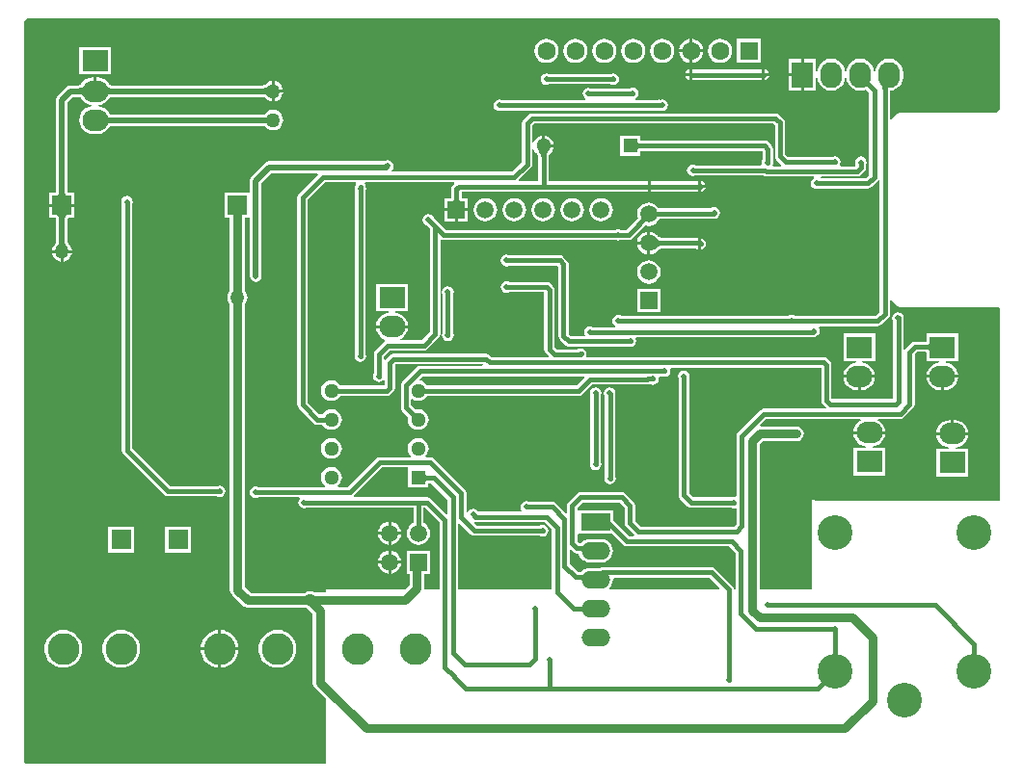
<source format=gbl>
G04*
G04 #@! TF.GenerationSoftware,Altium Limited,Altium Designer,19.1.1 (5)*
G04*
G04 Layer_Physical_Order=2*
G04 Layer_Color=16711680*
%FSTAX24Y24*%
%MOIN*%
G70*
G01*
G75*
%ADD41C,0.0200*%
%ADD78C,0.0150*%
%ADD79C,0.0400*%
%ADD80C,0.0300*%
%ADD83C,0.0598*%
%ADD84R,0.0598X0.0598*%
%ADD85C,0.1200*%
%ADD86C,0.1100*%
%ADD87C,0.0630*%
%ADD88R,0.0630X0.0630*%
%ADD89R,0.0900X0.0750*%
%ADD90O,0.0900X0.0750*%
%ADD91R,0.0512X0.0512*%
%ADD92C,0.0512*%
%ADD93O,0.1000X0.0600*%
%ADD94R,0.1000X0.0600*%
%ADD95R,0.0709X0.0709*%
%ADD96R,0.0669X0.0669*%
%ADD97R,0.0598X0.0598*%
%ADD98O,0.0750X0.0900*%
%ADD99R,0.0750X0.0900*%
%ADD100C,0.0197*%
%ADD101C,0.0500*%
G36*
X0447Y034171D02*
X044686Y034176D01*
X044673Y034177D01*
X044662Y034174D01*
X044652Y034166D01*
X044644Y034154D01*
X044637Y034137D01*
X044632Y034116D01*
X044628Y034091D01*
X044626Y034061D01*
X044625Y034027D01*
X044475Y034096D01*
X044474Y034132D01*
X044468Y034196D01*
X044463Y034223D01*
X044456Y034247D01*
X044448Y034268D01*
X044439Y034286D01*
X044428Y034301D01*
X044415Y034313D01*
X044401Y034322D01*
X0447Y034171D01*
D02*
G37*
G36*
X048517Y036506D02*
Y033403D01*
X048407Y033293D01*
X04504D01*
X044981Y033281D01*
X044932Y033248D01*
X044812Y033128D01*
X044779Y033079D01*
X044778Y033077D01*
X044728Y033082D01*
Y034067D01*
X044729Y03407D01*
X044824Y034082D01*
X04494Y03413D01*
X045039Y034206D01*
X045115Y034305D01*
X045163Y034421D01*
X045179Y034545D01*
Y034695D01*
X045163Y034819D01*
X045115Y034935D01*
X045039Y035034D01*
X04494Y03511D01*
X044824Y035158D01*
X0447Y035174D01*
X044576Y035158D01*
X04446Y03511D01*
X044361Y035034D01*
X044285Y034935D01*
X044237Y034819D01*
X044225Y034728D01*
X044175D01*
X044163Y034819D01*
X044115Y034935D01*
X044039Y035034D01*
X04394Y03511D01*
X043824Y035158D01*
X0437Y035174D01*
X043576Y035158D01*
X04346Y03511D01*
X043361Y035034D01*
X043285Y034935D01*
X043237Y034819D01*
X043225Y034728D01*
X043175D01*
X043163Y034819D01*
X043115Y034935D01*
X043039Y035034D01*
X04294Y03511D01*
X042824Y035158D01*
X0427Y035174D01*
X042576Y035158D01*
X04246Y03511D01*
X042361Y035034D01*
X042285Y034935D01*
X042237Y034819D01*
X042225Y034726D01*
X042175Y034729D01*
Y03517D01*
X04175D01*
Y03462D01*
Y03407D01*
X042175D01*
Y034511D01*
X042225Y034514D01*
X042237Y034421D01*
X042285Y034305D01*
X042361Y034206D01*
X04246Y03413D01*
X042576Y034082D01*
X0427Y034066D01*
X042824Y034082D01*
X04294Y03413D01*
X043039Y034206D01*
X043115Y034305D01*
X043163Y034421D01*
X043175Y034512D01*
X043225D01*
X043237Y034421D01*
X043285Y034305D01*
X043361Y034206D01*
X04346Y03413D01*
X043576Y034082D01*
X0437Y034066D01*
X043824Y034082D01*
X043885Y034108D01*
X044002Y033991D01*
Y03115D01*
X04389Y031038D01*
X042327D01*
X042325Y031041D01*
X042348Y031091D01*
X043579D01*
X043647Y031104D01*
X043705Y031143D01*
X043846Y031284D01*
X043846Y031284D01*
X043885Y031342D01*
X043898Y03141D01*
Y031496D01*
X043907Y031509D01*
X043922Y031586D01*
X043907Y031664D01*
X043863Y031729D01*
X043797Y031773D01*
X04372Y031789D01*
X043643Y031773D01*
X043577Y031729D01*
X043533Y031664D01*
X043518Y031586D01*
X043533Y031509D01*
X043542Y031496D01*
Y031484D01*
X043505Y031447D01*
X043016D01*
X042989Y031497D01*
X043003Y031518D01*
X043018Y031595D01*
X043003Y031673D01*
X042959Y031738D01*
X042893Y031782D01*
X042816Y031797D01*
X042738Y031782D01*
X042726Y031774D01*
X0412D01*
X041102Y031872D01*
Y032957D01*
X041102Y032957D01*
X041088Y033025D01*
X041049Y033083D01*
X041049Y033083D01*
X040896Y033236D01*
X040839Y033275D01*
X04077Y033288D01*
X03236D01*
X032292Y033275D01*
X032234Y033236D01*
X032234Y033236D01*
X032054Y033056D01*
X032015Y032998D01*
X032002Y03293D01*
Y031594D01*
X031666Y031258D01*
X027518D01*
X027513Y031264D01*
X027497Y031308D01*
X027504Y031316D01*
X027548Y031382D01*
X027564Y03146D01*
X027548Y031538D01*
X027504Y031604D01*
X027438Y031648D01*
X02736Y031664D01*
X027282Y031648D01*
X027245Y031624D01*
X02327D01*
X023192Y031608D01*
X023126Y031564D01*
X022656Y031094D01*
X022612Y031028D01*
X022596Y03095D01*
Y030535D01*
X021728D01*
Y029665D01*
X021908D01*
Y027143D01*
X021857Y027077D01*
X021822Y026991D01*
X02181Y0269D01*
X021822Y026809D01*
X021857Y026723D01*
X021908Y026657D01*
Y016787D01*
X021927Y016689D01*
X021983Y016607D01*
X02234Y01625D01*
X022422Y016194D01*
X02252Y016175D01*
X024514D01*
X024523Y016168D01*
X024596Y016138D01*
X024608Y016136D01*
X024774Y015969D01*
Y013581D01*
X024794Y013483D01*
X024849Y0134D01*
X02524Y01301D01*
Y010783D01*
X014853D01*
X014803Y010833D01*
Y036457D01*
X014903Y036557D01*
X048466D01*
X048517Y036506D01*
D02*
G37*
G36*
X036Y0323D02*
X036005Y032288D01*
X036012Y032276D01*
X036023Y032267D01*
X036036Y032258D01*
X036053Y032252D01*
X036073Y032246D01*
X036095Y032243D01*
X036121Y03224D01*
X03615Y03224D01*
Y03209D01*
X036121Y032089D01*
X036095Y032087D01*
X036073Y032083D01*
X036053Y032078D01*
X036036Y032071D01*
X036023Y032063D01*
X036012Y032053D01*
X036005Y032042D01*
X036Y032029D01*
X035999Y032015D01*
Y032315D01*
X036Y0323D01*
D02*
G37*
G36*
X032904Y031961D02*
X032887Y031941D01*
X032871Y03192D01*
X032857Y031898D01*
X032846Y031877D01*
X032837Y031855D01*
X032829Y031833D01*
X032824Y031811D01*
X032821Y031789D01*
X03282Y031766D01*
X03267D01*
X032669Y031789D01*
X032666Y031811D01*
X032661Y031833D01*
X032653Y031855D01*
X032644Y031877D01*
X032633Y031898D01*
X032619Y03192D01*
X032603Y031941D01*
X032586Y031961D01*
X032566Y031982D01*
X032924D01*
X032904Y031961D01*
D02*
G37*
G36*
X040745Y032883D02*
Y031798D01*
X040758Y031729D01*
X040797Y031672D01*
X040971Y031497D01*
X04095Y031447D01*
X040693D01*
X040669Y031492D01*
X040681Y031509D01*
X040696Y031586D01*
X040681Y031664D01*
X040678Y031667D01*
Y03205D01*
X040678Y03205D01*
X040665Y032118D01*
X040626Y032176D01*
X040512Y032291D01*
X040454Y032329D01*
X040385Y032343D01*
X036117D01*
X036108Y032344D01*
X036101Y032345D01*
Y03252D01*
X035389D01*
Y031809D01*
X036101D01*
Y031984D01*
X036108Y031985D01*
X036117Y031986D01*
X040312D01*
X040322Y031976D01*
Y031686D01*
X040307Y031664D01*
X040291Y031586D01*
X040301Y031538D01*
X040265Y031488D01*
X038D01*
X037987Y031497D01*
X03791Y031512D01*
X037833Y031497D01*
X037767Y031453D01*
X037723Y031387D01*
X037708Y03131D01*
X037723Y031233D01*
X037767Y031167D01*
X037833Y031123D01*
X03791Y031108D01*
X037987Y031123D01*
X038Y031132D01*
X040339D01*
X04038Y031104D01*
X040448Y031091D01*
X042095D01*
X042096Y031089D01*
X042103Y031041D01*
X042047Y031003D01*
X042003Y030937D01*
X041988Y03086D01*
X042003Y030783D01*
X042047Y030717D01*
X042113Y030673D01*
X04219Y030658D01*
X042267Y030673D01*
X04228Y030682D01*
X043964D01*
X044032Y030695D01*
X04409Y030734D01*
X044306Y03095D01*
X044322Y030973D01*
X044372Y030958D01*
Y026419D01*
X044221Y026268D01*
X041445D01*
X041402Y026297D01*
X041325Y026312D01*
X041248Y026297D01*
X041205Y026268D01*
X035448D01*
X035405Y026297D01*
X035327Y026312D01*
X03525Y026297D01*
X035184Y026253D01*
X035141Y026187D01*
X035125Y02611D01*
X035141Y026033D01*
X035184Y025967D01*
X035235Y025933D01*
X03522Y025883D01*
X034448D01*
X034427Y025897D01*
X03435Y025913D01*
X034273Y025897D01*
X034207Y025853D01*
X034163Y025788D01*
X034148Y02571D01*
X034163Y025633D01*
X034177Y025613D01*
X034153Y025568D01*
X033684D01*
X03362Y025632D01*
Y02806D01*
X03362Y02806D01*
X033607Y028128D01*
X033568Y028186D01*
X033568Y028186D01*
X033437Y028317D01*
X033379Y028356D01*
X033311Y028369D01*
X031566D01*
X031553Y028378D01*
X031476Y028393D01*
X031398Y028378D01*
X031333Y028334D01*
X031289Y028268D01*
X031273Y028191D01*
X031289Y028113D01*
X031333Y028048D01*
X031398Y028004D01*
X031476Y027988D01*
X031553Y028004D01*
X031566Y028012D01*
X033237D01*
X033263Y027986D01*
Y025558D01*
X033277Y02549D01*
X033316Y025432D01*
X033484Y025264D01*
X033484Y025264D01*
X033542Y025225D01*
X03361Y025212D01*
X035662D01*
X035668Y025208D01*
X035745Y025193D01*
X035822Y025208D01*
X035888Y025252D01*
X035932Y025318D01*
X035947Y025395D01*
X035932Y025472D01*
X035925Y025482D01*
X035949Y025526D01*
X042065D01*
X042133Y02554D01*
X042158Y025557D01*
X042171Y025559D01*
X042237Y025603D01*
X042281Y025669D01*
X042296Y025746D01*
X042281Y025824D01*
X042255Y025862D01*
X042282Y025912D01*
X044295D01*
X044363Y025925D01*
X044421Y025964D01*
X044676Y026219D01*
X044676Y026219D01*
X044715Y026277D01*
X044728Y026345D01*
Y026812D01*
X044778Y026817D01*
X044779Y026815D01*
X044812Y026766D01*
X044946Y026632D01*
X044995Y026599D01*
X045054Y026587D01*
X048467D01*
X048517Y026537D01*
Y01986D01*
X042161D01*
X042106Y019915D01*
Y019915D01*
X042106Y019915D01*
X042095Y019926D01*
X042065Y019932D01*
X042065Y019932D01*
X042037Y019921D01*
X04202Y019895D01*
Y016807D01*
X040228D01*
Y021848D01*
X040316Y021935D01*
X04149D01*
X041588Y021955D01*
X04167Y02201D01*
X041726Y022092D01*
X041745Y02219D01*
X041726Y022288D01*
X04167Y02237D01*
X041588Y022425D01*
X04149Y022445D01*
X040258D01*
X040237Y022495D01*
X040446Y022704D01*
X043708D01*
X043718Y022654D01*
X043695Y022645D01*
X043596Y022569D01*
X04352Y02247D01*
X043472Y022354D01*
X043462Y02228D01*
X04401D01*
X044558D01*
X044548Y022354D01*
X0445Y02247D01*
X044424Y022569D01*
X044325Y022645D01*
X044302Y022654D01*
X044312Y022704D01*
X045083D01*
X045151Y022718D01*
X045209Y022756D01*
X045526Y023074D01*
X045526Y023074D01*
X045565Y023132D01*
X045578Y0232D01*
Y024926D01*
X045674Y025022D01*
X045971D01*
X04598Y025021D01*
X045987Y02502D01*
Y024706D01*
X046428D01*
X046431Y024656D01*
X046338Y024643D01*
X046223Y024596D01*
X046124Y024519D01*
X046047Y02442D01*
X046Y024305D01*
X04599Y024231D01*
X046537D01*
X047085D01*
X047075Y024305D01*
X047027Y02442D01*
X046951Y024519D01*
X046852Y024596D01*
X046736Y024643D01*
X046643Y024656D01*
X046647Y024706D01*
X047087D01*
Y025656D01*
X045987D01*
Y02538D01*
X04598Y025379D01*
X045971Y025378D01*
X0456D01*
X0456Y025378D01*
X045532Y025365D01*
X045474Y025326D01*
X045474Y025326D01*
X045274Y025126D01*
X045265Y025113D01*
X045197Y025101D01*
X045188Y025107D01*
Y026115D01*
X045191Y026119D01*
X045206Y026196D01*
X045191Y026274D01*
X045147Y026339D01*
X045081Y026383D01*
X045004Y026399D01*
X044926Y026383D01*
X044861Y026339D01*
X044817Y026274D01*
X044801Y026196D01*
X044817Y026119D01*
X044832Y026097D01*
Y023398D01*
X042734D01*
X042708Y023424D01*
Y024576D01*
X042695Y024644D01*
X042656Y024702D01*
X042568Y02479D01*
X04251Y024828D01*
X042442Y024842D01*
X036748D01*
X036748Y024842D01*
X036731Y024838D01*
X034245D01*
X034211Y024888D01*
X034214Y024902D01*
X034215Y024903D01*
X034228Y024971D01*
X034215Y02504D01*
X034176Y025098D01*
X034118Y025136D01*
X03405Y02515D01*
X033982Y025136D01*
X03398Y025135D01*
X033942Y025128D01*
X033929Y025119D01*
X033203D01*
X033128Y025194D01*
Y027187D01*
X033115Y027255D01*
X033076Y027313D01*
X032988Y027401D01*
X03293Y02744D01*
X032862Y027453D01*
X031566D01*
X031553Y027462D01*
X031476Y027477D01*
X031398Y027462D01*
X031333Y027418D01*
X031289Y027352D01*
X031273Y027275D01*
X031289Y027198D01*
X031333Y027132D01*
X031398Y027088D01*
X031476Y027073D01*
X031553Y027088D01*
X031566Y027097D01*
X032772D01*
Y02512D01*
X032785Y025052D01*
X032824Y024994D01*
X032933Y024885D01*
X032914Y024838D01*
X03096D01*
X030892Y024906D01*
X030834Y024945D01*
X030766Y024958D01*
X02756D01*
X02756Y024958D01*
X027492Y024945D01*
X027434Y024906D01*
X027434Y024906D01*
X027309Y024781D01*
X027288Y024751D01*
X027238Y024766D01*
Y024866D01*
X027444Y025072D01*
X02861D01*
X028678Y025085D01*
X028736Y025124D01*
X029126Y025514D01*
X029126Y025514D01*
X029165Y025572D01*
X029178Y02564D01*
Y02889D01*
X029217Y028911D01*
X029228Y028911D01*
X029293Y028898D01*
X035237D01*
X03525Y02889D01*
X035327Y028874D01*
X035405Y02889D01*
X035418Y028898D01*
X035677D01*
X035745Y028912D01*
X035803Y028951D01*
X036263Y029411D01*
X036286Y029401D01*
X03639Y029387D01*
X036494Y029401D01*
X036591Y029441D01*
X036675Y029505D01*
X036739Y029589D01*
X036761Y029643D01*
X0386D01*
X038644Y029634D01*
X038721Y029649D01*
X038787Y029693D01*
X038831Y029759D01*
X038846Y029836D01*
X038831Y029914D01*
X038787Y029979D01*
X038721Y030023D01*
X038644Y030039D01*
X038566Y030023D01*
X038531Y029999D01*
X036732D01*
X036675Y030075D01*
X036591Y030139D01*
X036494Y030179D01*
X03639Y030193D01*
X036286Y030179D01*
X036189Y030139D01*
X036105Y030075D01*
X036041Y029991D01*
X036001Y029894D01*
X035987Y02979D01*
X036001Y029686D01*
X036011Y029663D01*
X035603Y029255D01*
X035418D01*
X035405Y029264D01*
X035327Y029279D01*
X03525Y029264D01*
X035237Y029255D01*
X029367D01*
X029126Y029496D01*
X028965Y029657D01*
X028962Y029672D01*
X028918Y029738D01*
X028852Y029782D01*
X028775Y029797D01*
X028698Y029782D01*
X028632Y029738D01*
X028588Y029672D01*
X028573Y029595D01*
X028588Y029518D01*
X028632Y029452D01*
X028698Y029408D01*
X028713Y029405D01*
X028822Y029296D01*
Y025714D01*
X028536Y025428D01*
X027818D01*
X027808Y025478D01*
X027825Y025485D01*
X027924Y025561D01*
X028Y02566D01*
X028048Y025776D01*
X028058Y02585D01*
X02751D01*
X026962D01*
X026972Y025776D01*
X02702Y02566D01*
X027096Y025561D01*
X027195Y025485D01*
X02727Y025454D01*
X027276Y025398D01*
X027244Y025376D01*
X026934Y025066D01*
X026895Y025008D01*
X026882Y02494D01*
Y024274D01*
X026873Y024261D01*
X026858Y024184D01*
X026873Y024107D01*
X026917Y024041D01*
X026983Y023997D01*
X02706Y023982D01*
X027137Y023997D01*
X027203Y024041D01*
X027207Y024046D01*
X027257Y024031D01*
Y023862D01*
X025731D01*
X025731Y023863D01*
X025674Y023937D01*
X025599Y023994D01*
X025513Y02403D01*
X02542Y024042D01*
X025327Y02403D01*
X025241Y023994D01*
X025166Y023937D01*
X025109Y023863D01*
X025073Y023776D01*
X025061Y023683D01*
X025073Y023591D01*
X025109Y023504D01*
X025166Y02343D01*
X025241Y023373D01*
X025327Y023337D01*
X02542Y023324D01*
X025513Y023337D01*
X025599Y023373D01*
X025674Y02343D01*
X025731Y023504D01*
X025731Y023505D01*
X02734D01*
X027408Y023519D01*
X027466Y023557D01*
X027561Y023652D01*
X027561Y023652D01*
X0276Y02371D01*
X027613Y023778D01*
Y024581D01*
X027634Y024602D01*
X030657D01*
X030664Y024592D01*
X030637Y024542D01*
X028491D01*
X028422Y024528D01*
X028364Y02449D01*
X028364Y02449D01*
X027863Y023988D01*
X027824Y02393D01*
X027811Y023862D01*
Y023114D01*
X027824Y023046D01*
X027863Y022988D01*
X028074Y022777D01*
X028073Y022776D01*
X028061Y022683D01*
X028073Y022591D01*
X028109Y022504D01*
X028166Y02243D01*
X028241Y022373D01*
X028327Y022337D01*
X02842Y022324D01*
X028513Y022337D01*
X028599Y022373D01*
X028674Y02243D01*
X028731Y022504D01*
X028767Y022591D01*
X028779Y022683D01*
X028767Y022776D01*
X028731Y022863D01*
X028674Y022937D01*
X028599Y022994D01*
X028513Y02303D01*
X02842Y023042D01*
X028327Y02303D01*
X028326Y02303D01*
X028168Y023188D01*
Y023372D01*
X028212Y023394D01*
X028241Y023373D01*
X028327Y023337D01*
X02842Y023324D01*
X028513Y023337D01*
X028599Y023373D01*
X028674Y02343D01*
X028731Y023504D01*
X028731Y023505D01*
X033963D01*
X034032Y023519D01*
X03409Y023557D01*
X034424Y023892D01*
X03633D01*
X036398Y023905D01*
X036408Y023912D01*
X03644D01*
X036453Y023903D01*
X03653Y023888D01*
X036607Y023903D01*
X036673Y023947D01*
X036717Y024013D01*
X036732Y02409D01*
X036723Y024135D01*
X036761Y024185D01*
X036846D01*
X036859Y024176D01*
X036937Y024161D01*
X037014Y024176D01*
X03708Y02422D01*
X037124Y024286D01*
X037139Y024363D01*
X037125Y024435D01*
X037129Y024451D01*
X037147Y024485D01*
X042352D01*
Y02335D01*
X042365Y023282D01*
X042404Y023224D01*
X042517Y023111D01*
X042496Y023061D01*
X040372D01*
X040304Y023047D01*
X040246Y023009D01*
X040246Y023009D01*
X039472Y022235D01*
X039433Y022177D01*
X03942Y022108D01*
Y020032D01*
X03937Y020002D01*
X039311Y020013D01*
X039233Y019998D01*
X039221Y019989D01*
X037943D01*
X037778Y020154D01*
Y024091D01*
X037787Y024103D01*
X037802Y024181D01*
X037787Y024258D01*
X037743Y024324D01*
X037677Y024368D01*
X0376Y024383D01*
X037523Y024368D01*
X037457Y024324D01*
X037413Y024258D01*
X037398Y024181D01*
X037413Y024103D01*
X037422Y024091D01*
Y02008D01*
X037435Y020012D01*
X037474Y019954D01*
X037743Y019685D01*
X037743Y019685D01*
X037801Y019646D01*
X037869Y019633D01*
X037869Y019633D01*
X039221D01*
X039233Y019624D01*
X039311Y019609D01*
X03937Y01962D01*
X03942Y01959D01*
Y019072D01*
X039336Y018988D01*
X036094D01*
X035918Y019164D01*
Y019715D01*
X035905Y019783D01*
X035866Y019841D01*
X035866Y019841D01*
X035589Y020119D01*
X035531Y020157D01*
X035463Y020171D01*
X034019D01*
X034019Y020171D01*
X033951Y020157D01*
X033893Y020119D01*
X033893Y020119D01*
X033614Y019839D01*
X033575Y019782D01*
X033562Y019713D01*
Y019467D01*
X033515Y019448D01*
X033172Y019791D01*
X033114Y01983D01*
X033046Y019844D01*
X032248D01*
X032235Y019852D01*
X032157Y019867D01*
X03208Y019852D01*
X032014Y019808D01*
X031971Y019743D01*
X031955Y019665D01*
X031971Y019588D01*
X032003Y01954D01*
X03198Y01949D01*
X030489D01*
X030454Y019543D01*
X030388Y019587D01*
X030311Y019602D01*
X030233Y019587D01*
X030168Y019543D01*
X030128Y019484D01*
X0301Y019486D01*
X030078Y019493D01*
Y02013D01*
X030065Y020198D01*
X030026Y020256D01*
X029276Y021006D01*
X029276Y021006D01*
X028956Y021326D01*
X028956Y021326D01*
X028898Y021365D01*
X02883Y021378D01*
X028685D01*
X028669Y021426D01*
X028674Y02143D01*
X028731Y021504D01*
X028767Y021591D01*
X028779Y021683D01*
X028767Y021776D01*
X028731Y021863D01*
X028674Y021937D01*
X028599Y021994D01*
X028513Y02203D01*
X02842Y022042D01*
X028327Y02203D01*
X028241Y021994D01*
X028166Y021937D01*
X028109Y021863D01*
X028073Y021776D01*
X028061Y021683D01*
X028073Y021591D01*
X028109Y021504D01*
X028166Y02143D01*
X028171Y021426D01*
X028155Y021378D01*
X027101D01*
X027101Y021378D01*
X027033Y021365D01*
X026975Y021326D01*
X025997Y020348D01*
X02565D01*
X025633Y020398D01*
X025674Y02043D01*
X025731Y020504D01*
X025767Y020591D01*
X025779Y020683D01*
X025767Y020776D01*
X025731Y020863D01*
X025674Y020937D01*
X025599Y020994D01*
X025513Y02103D01*
X02542Y021042D01*
X025327Y02103D01*
X025241Y020994D01*
X025166Y020937D01*
X025109Y020863D01*
X025073Y020776D01*
X025061Y020683D01*
X025073Y020591D01*
X025109Y020504D01*
X025166Y02043D01*
X025207Y020398D01*
X02519Y020348D01*
X022881D01*
X022868Y020357D01*
X022791Y020372D01*
X022713Y020357D01*
X022647Y020313D01*
X022604Y020247D01*
X022588Y02017D01*
X022604Y020093D01*
X022647Y020027D01*
X022713Y019983D01*
X022791Y019968D01*
X022868Y019983D01*
X022881Y019992D01*
X024296D01*
X024315Y019942D01*
X02428Y019888D01*
X024264Y019811D01*
X02428Y019734D01*
X024323Y019668D01*
X024389Y019624D01*
X024467Y019609D01*
X024544Y019624D01*
X024557Y019633D01*
X028248D01*
Y019106D01*
X028226Y019096D01*
X028142Y019032D01*
X028078Y018949D01*
X028038Y018852D01*
X028024Y018748D01*
X028038Y018643D01*
X028078Y018546D01*
X028142Y018463D01*
X028226Y018399D01*
X028323Y018359D01*
X028427Y018345D01*
X028531Y018359D01*
X028628Y018399D01*
X028712Y018463D01*
X028776Y018546D01*
X028816Y018643D01*
X02883Y018748D01*
X028816Y018852D01*
X028776Y018949D01*
X028712Y019032D01*
X028628Y019096D01*
X028605Y019106D01*
Y019633D01*
X028664D01*
X029152Y019145D01*
Y016807D01*
X028654D01*
X028623Y016845D01*
X028623Y016848D01*
Y017348D01*
X028826D01*
Y018147D01*
X028028D01*
Y017348D01*
X028114D01*
Y016954D01*
X027966Y016807D01*
X02524D01*
Y016695D01*
X024845D01*
X024836Y016702D01*
X024763Y016732D01*
X024684Y016743D01*
X024606Y016732D01*
X024533Y016702D01*
X024511Y016685D01*
X022626D01*
X022418Y016893D01*
Y026657D01*
X022469Y026723D01*
X022504Y026809D01*
X022516Y0269D01*
X022504Y026991D01*
X022469Y027077D01*
X022418Y027143D01*
Y029665D01*
X022596D01*
Y02765D01*
X022612Y027572D01*
X022656Y027506D01*
X022722Y027462D01*
X0228Y027446D01*
X022878Y027462D01*
X022944Y027506D01*
X022988Y027572D01*
X023004Y02765D01*
Y030866D01*
X023354Y031216D01*
X024933D01*
X024954Y031166D01*
X024294Y030506D01*
X024255Y030448D01*
X024242Y03038D01*
Y023194D01*
X024255Y023125D01*
X024294Y023068D01*
X024804Y022557D01*
X024804Y022557D01*
X024862Y022519D01*
X02493Y022505D01*
X025109D01*
X025109Y022504D01*
X025166Y02243D01*
X025241Y022373D01*
X025327Y022337D01*
X02542Y022324D01*
X025513Y022337D01*
X025599Y022373D01*
X025674Y02243D01*
X025731Y022504D01*
X025767Y022591D01*
X025779Y022683D01*
X025767Y022776D01*
X025731Y022863D01*
X025674Y022937D01*
X025599Y022994D01*
X025513Y02303D01*
X02542Y023042D01*
X025327Y02303D01*
X025241Y022994D01*
X025166Y022937D01*
X025109Y022863D01*
X025109Y022862D01*
X025004D01*
X024598Y023268D01*
Y030306D01*
X025194Y030902D01*
X026247D01*
X026273Y030852D01*
X026253Y030821D01*
X026239Y030753D01*
Y030751D01*
X026231Y030738D01*
X026215Y030661D01*
X026231Y030584D01*
X026239Y030571D01*
Y024973D01*
X026231Y02496D01*
X026215Y024883D01*
X026231Y024805D01*
X026274Y02474D01*
X02634Y024696D01*
X026418Y02468D01*
X026495Y024696D01*
X026561Y02474D01*
X026604Y024805D01*
X02662Y024883D01*
X026604Y02496D01*
X026596Y024973D01*
Y030571D01*
X026604Y030584D01*
X02662Y030661D01*
X026604Y030738D01*
X026597Y030749D01*
X026598Y030755D01*
X026585Y030823D01*
X026566Y030852D01*
X026593Y030902D01*
X029652D01*
X029673Y030852D01*
X029615Y030793D01*
X029576Y030735D01*
X029563Y030667D01*
Y030366D01*
X029562Y030356D01*
X029561Y030349D01*
X029342D01*
Y03D01*
X03014D01*
Y030349D01*
X029921D01*
X02992Y030356D01*
X029919Y030366D01*
Y030577D01*
X036335D01*
X036348Y030568D01*
X036375Y030563D01*
Y030755D01*
Y030947D01*
X036348Y030942D01*
X036335Y030933D01*
X032923D01*
Y031785D01*
X032924Y031792D01*
X032928Y031806D01*
X032932Y031819D01*
X032938Y031833D01*
X032946Y031847D01*
X032955Y031862D01*
X032966Y031877D01*
X03298Y031893D01*
X032993Y031906D01*
X032999Y031911D01*
X033056Y031985D01*
X033092Y032072D01*
X033097Y032115D01*
X032745D01*
Y032165D01*
X032695D01*
Y032517D01*
X032652Y032511D01*
X032566Y032475D01*
X032491Y032418D01*
X032434Y032344D01*
X032408Y032282D01*
X032358Y032292D01*
Y032856D01*
X032434Y032932D01*
X040696D01*
X040745Y032883D01*
D02*
G37*
G36*
X032434Y031985D02*
X032491Y031911D01*
X032497Y031906D01*
X03251Y031893D01*
X032524Y031877D01*
X032535Y031862D01*
X032544Y031847D01*
X032552Y031833D01*
X032558Y031819D01*
X032562Y031806D01*
X032566Y031792D01*
X032567Y031785D01*
Y030933D01*
X031916D01*
X031896Y030983D01*
X032306Y031394D01*
X032345Y031452D01*
X032358Y03152D01*
X032358Y03152D01*
Y032037D01*
X032408Y032047D01*
X032434Y031985D01*
D02*
G37*
G36*
X029817Y030369D02*
X029819Y030344D01*
X029823Y030321D01*
X029828Y030301D01*
X029835Y030285D01*
X029843Y030271D01*
X029853Y03026D01*
X029864Y030253D01*
X029877Y030248D01*
X029891Y030247D01*
X029591D01*
X029605Y030248D01*
X029618Y030253D01*
X029629Y03026D01*
X029639Y030271D01*
X029647Y030285D01*
X029654Y030301D01*
X029659Y030321D01*
X029663Y030344D01*
X029665Y030369D01*
X029666Y030398D01*
X029816D01*
X029817Y030369D01*
D02*
G37*
G36*
X04609Y02505D02*
X046088Y025064D01*
X046084Y025077D01*
X046076Y025088D01*
X046065Y025098D01*
X046052Y025106D01*
X046035Y025113D01*
X046016Y025118D01*
X045993Y025122D01*
X045967Y025124D01*
X045938Y025125D01*
Y025275D01*
X045967Y025276D01*
X045993Y025278D01*
X046016Y025282D01*
X046035Y025287D01*
X046052Y025294D01*
X046065Y025302D01*
X046076Y025312D01*
X046084Y025323D01*
X046088Y025336D01*
X04609Y02535D01*
Y02505D01*
D02*
G37*
G36*
X034166Y024139D02*
X03389Y023862D01*
X028731D01*
X028731Y023863D01*
X028674Y023937D01*
X028599Y023994D01*
X028513Y02403D01*
X028478Y024035D01*
X028462Y024082D01*
X028564Y024185D01*
X034147D01*
X034166Y024139D01*
D02*
G37*
G36*
X028675Y020796D02*
X02868Y020783D01*
X028687Y020772D01*
X028698Y020762D01*
X028711Y020754D01*
X028728Y020747D01*
X028748Y020742D01*
X02877Y020738D01*
X028796Y020736D01*
X028825Y020735D01*
Y020585D01*
X028796Y020584D01*
X02877Y020582D01*
X028748Y020578D01*
X028728Y020573D01*
X028711Y020566D01*
X028698Y020558D01*
X028687Y020548D01*
X02868Y020537D01*
X028675Y020524D01*
X028674Y02051D01*
Y02081D01*
X028675Y020796D01*
D02*
G37*
G36*
X028064Y020328D02*
X028776D01*
Y02048D01*
X028783Y020481D01*
X028792Y020482D01*
X028871D01*
X029434Y019919D01*
Y019432D01*
X029388Y019413D01*
X028864Y019937D01*
X028806Y019976D01*
X028738Y019989D01*
X026206D01*
X026191Y020039D01*
X026197Y020044D01*
X027175Y021022D01*
X028064D01*
Y020328D01*
D02*
G37*
G36*
X035562Y019641D02*
Y01909D01*
X035575Y019022D01*
X035614Y018964D01*
X035877Y0187D01*
X035856Y01865D01*
X035706D01*
X03515Y019206D01*
Y01954D01*
X03395D01*
X033918Y019577D01*
Y019639D01*
X034093Y019814D01*
X035389D01*
X035562Y019641D01*
D02*
G37*
G36*
X030399Y019133D02*
X032787D01*
X033042Y018879D01*
Y016807D01*
X029791D01*
Y019082D01*
X029837Y019101D01*
X030224Y018714D01*
X030282Y018675D01*
X03035Y018662D01*
X03263D01*
X032643Y018653D01*
X03272Y018638D01*
X032797Y018653D01*
X032863Y018697D01*
X032907Y018763D01*
X032922Y01884D01*
X032907Y018917D01*
X032863Y018983D01*
X032797Y019027D01*
X03272Y019042D01*
X032643Y019027D01*
X03263Y019018D01*
X030424D01*
X030351Y019092D01*
X030376Y019138D01*
X030399Y019133D01*
D02*
G37*
G36*
X035506Y018346D02*
X035563Y018307D01*
X035632Y018294D01*
X039173D01*
X039388Y018079D01*
Y016807D01*
X039335D01*
X039325Y016857D01*
X039286Y016915D01*
X03868Y01752D01*
X038622Y017559D01*
X038554Y017573D01*
X034804D01*
X034804Y017573D01*
X034736Y017559D01*
X034713Y017543D01*
X03435D01*
X034246Y01753D01*
X034148Y017489D01*
X034065Y017425D01*
X034049Y017405D01*
X033938D01*
X033648Y017694D01*
Y018164D01*
X033695Y018183D01*
X033778Y0181D01*
X033778Y0181D01*
X033836Y018061D01*
X033904Y018048D01*
X033959D01*
X03396Y018036D01*
X034001Y017938D01*
X034065Y017855D01*
X034148Y017791D01*
X034246Y01775D01*
X03435Y017737D01*
X03475D01*
X034854Y01775D01*
X034952Y017791D01*
X035035Y017855D01*
X035099Y017938D01*
X03514Y018036D01*
X035153Y01814D01*
X03514Y018244D01*
X035099Y018342D01*
X035035Y018425D01*
X034952Y018489D01*
X034854Y01853D01*
X03475Y018543D01*
X03435D01*
X034246Y01853D01*
X034148Y018489D01*
X034065Y018425D01*
X034049Y018405D01*
X033978D01*
X033918Y018464D01*
Y018703D01*
X03395Y01874D01*
X035111D01*
X035506Y018346D01*
D02*
G37*
G36*
X03514Y017319D02*
X035103Y017318D01*
X035072Y017316D01*
X035047Y017312D01*
X035027Y017307D01*
X035013Y0173D01*
X035005Y017292D01*
X035003Y017282D01*
X035006Y017271D01*
X035015Y017258D01*
X03503Y017244D01*
X034809Y017434D01*
X034791Y017441D01*
X034782Y017447D01*
X034783Y017452D01*
X034794Y017457D01*
X034814Y01746D01*
X034844Y017464D01*
X034932Y017468D01*
X035058Y017469D01*
X03514Y017319D01*
D02*
G37*
G36*
X038843Y016853D02*
X038824Y016807D01*
X035051D01*
X03504Y016839D01*
X035037Y016857D01*
X035099Y016938D01*
X03514Y017036D01*
X035153Y01714D01*
X035148Y017178D01*
X035181Y017216D01*
X03848D01*
X038843Y016853D01*
D02*
G37*
%LPC*%
G36*
X0379Y035862D02*
Y0355D01*
X038262D01*
X038254Y035558D01*
X038212Y035659D01*
X038146Y035746D01*
X038059Y035812D01*
X037958Y035854D01*
X0379Y035862D01*
D02*
G37*
G36*
X0378D02*
X037742Y035854D01*
X037641Y035812D01*
X037554Y035746D01*
X037488Y035659D01*
X037446Y035558D01*
X037438Y0355D01*
X0378D01*
Y035862D01*
D02*
G37*
G36*
X038262Y0354D02*
X0379D01*
Y035038D01*
X037958Y035046D01*
X038059Y035088D01*
X038146Y035154D01*
X038212Y035241D01*
X038254Y035342D01*
X038262Y0354D01*
D02*
G37*
G36*
X0378D02*
X037438D01*
X037446Y035342D01*
X037488Y035241D01*
X037554Y035154D01*
X037641Y035088D01*
X037742Y035046D01*
X0378Y035038D01*
Y0354D01*
D02*
G37*
G36*
X040265Y035865D02*
X039435D01*
Y035035D01*
X040265D01*
Y035865D01*
D02*
G37*
G36*
X03885Y035869D02*
X038742Y035854D01*
X038641Y035812D01*
X038554Y035746D01*
X038488Y035659D01*
X038446Y035558D01*
X038431Y03545D01*
X038446Y035342D01*
X038488Y035241D01*
X038554Y035154D01*
X038641Y035088D01*
X038742Y035046D01*
X03885Y035031D01*
X038958Y035046D01*
X039059Y035088D01*
X039146Y035154D01*
X039212Y035241D01*
X039254Y035342D01*
X039269Y03545D01*
X039254Y035558D01*
X039212Y035659D01*
X039146Y035746D01*
X039059Y035812D01*
X038958Y035854D01*
X03885Y035869D01*
D02*
G37*
G36*
X03685D02*
X036742Y035854D01*
X036641Y035812D01*
X036554Y035746D01*
X036488Y035659D01*
X036446Y035558D01*
X036431Y03545D01*
X036446Y035342D01*
X036488Y035241D01*
X036554Y035154D01*
X036641Y035088D01*
X036742Y035046D01*
X03685Y035031D01*
X036958Y035046D01*
X037059Y035088D01*
X037146Y035154D01*
X037212Y035241D01*
X037254Y035342D01*
X037269Y03545D01*
X037254Y035558D01*
X037212Y035659D01*
X037146Y035746D01*
X037059Y035812D01*
X036958Y035854D01*
X03685Y035869D01*
D02*
G37*
G36*
X03585D02*
X035742Y035854D01*
X035641Y035812D01*
X035554Y035746D01*
X035488Y035659D01*
X035446Y035558D01*
X035431Y03545D01*
X035446Y035342D01*
X035488Y035241D01*
X035554Y035154D01*
X035641Y035088D01*
X035742Y035046D01*
X03585Y035031D01*
X035958Y035046D01*
X036059Y035088D01*
X036146Y035154D01*
X036212Y035241D01*
X036254Y035342D01*
X036269Y03545D01*
X036254Y035558D01*
X036212Y035659D01*
X036146Y035746D01*
X036059Y035812D01*
X035958Y035854D01*
X03585Y035869D01*
D02*
G37*
G36*
X03485D02*
X034742Y035854D01*
X034641Y035812D01*
X034554Y035746D01*
X034488Y035659D01*
X034446Y035558D01*
X034431Y03545D01*
X034446Y035342D01*
X034488Y035241D01*
X034554Y035154D01*
X034641Y035088D01*
X034742Y035046D01*
X03485Y035031D01*
X034958Y035046D01*
X035059Y035088D01*
X035146Y035154D01*
X035212Y035241D01*
X035254Y035342D01*
X035269Y03545D01*
X035254Y035558D01*
X035212Y035659D01*
X035146Y035746D01*
X035059Y035812D01*
X034958Y035854D01*
X03485Y035869D01*
D02*
G37*
G36*
X03385D02*
X033742Y035854D01*
X033641Y035812D01*
X033554Y035746D01*
X033488Y035659D01*
X033446Y035558D01*
X033431Y03545D01*
X033446Y035342D01*
X033488Y035241D01*
X033554Y035154D01*
X033641Y035088D01*
X033742Y035046D01*
X03385Y035031D01*
X033958Y035046D01*
X034059Y035088D01*
X034146Y035154D01*
X034212Y035241D01*
X034254Y035342D01*
X034269Y03545D01*
X034254Y035558D01*
X034212Y035659D01*
X034146Y035746D01*
X034059Y035812D01*
X033958Y035854D01*
X03385Y035869D01*
D02*
G37*
G36*
X03285D02*
X032742Y035854D01*
X032641Y035812D01*
X032554Y035746D01*
X032488Y035659D01*
X032446Y035558D01*
X032431Y03545D01*
X032446Y035342D01*
X032488Y035241D01*
X032554Y035154D01*
X032641Y035088D01*
X032742Y035046D01*
X03285Y035031D01*
X032958Y035046D01*
X033059Y035088D01*
X033146Y035154D01*
X033212Y035241D01*
X033254Y035342D01*
X033269Y03545D01*
X033254Y035558D01*
X033212Y035659D01*
X033146Y035746D01*
X033059Y035812D01*
X032958Y035854D01*
X03285Y035869D01*
D02*
G37*
G36*
X040304Y034812D02*
X040276Y034807D01*
X040263Y034798D01*
X03794D01*
X037927Y034807D01*
X0379Y034812D01*
Y03462D01*
Y034428D01*
X037927Y034433D01*
X03794Y034442D01*
X040263D01*
X040276Y034433D01*
X040304Y034428D01*
Y03462D01*
Y034812D01*
D02*
G37*
G36*
X04165Y03517D02*
X041225D01*
Y03467D01*
X04165D01*
Y03517D01*
D02*
G37*
G36*
X040404Y034812D02*
Y03467D01*
X040546D01*
X04054Y034697D01*
X040497Y034763D01*
X040431Y034807D01*
X040404Y034812D01*
D02*
G37*
G36*
X0378D02*
X037773Y034807D01*
X037707Y034763D01*
X037663Y034697D01*
X037658Y03467D01*
X0378D01*
Y034812D01*
D02*
G37*
G36*
X035165Y03467D02*
X035088Y034655D01*
X035075Y034646D01*
X03294D01*
X032927Y034655D01*
X03285Y03467D01*
X032773Y034655D01*
X032707Y034611D01*
X032663Y034545D01*
X032648Y034468D01*
X032663Y03439D01*
X032707Y034325D01*
X032773Y034281D01*
X03285Y034265D01*
X032927Y034281D01*
X03294Y034289D01*
X035075D01*
X035088Y034281D01*
X035165Y034265D01*
X035242Y034281D01*
X035308Y034325D01*
X035352Y03439D01*
X035367Y034468D01*
X035352Y034545D01*
X035308Y034611D01*
X035242Y034655D01*
X035165Y03467D01*
D02*
G37*
G36*
X0178Y035575D02*
X0167D01*
Y034625D01*
X0178D01*
Y035575D01*
D02*
G37*
G36*
X040546Y03457D02*
X040404D01*
Y034428D01*
X040431Y034433D01*
X040497Y034477D01*
X04054Y034543D01*
X040546Y03457D01*
D02*
G37*
G36*
X0378D02*
X037658D01*
X037663Y034543D01*
X037707Y034477D01*
X037773Y034433D01*
X0378Y034428D01*
Y03457D01*
D02*
G37*
G36*
X035834Y034178D02*
X035756Y034163D01*
X035744Y034155D01*
X034376D01*
X034375Y034155D01*
X034298Y03417D01*
X034221Y034155D01*
X034155Y034111D01*
X034111Y034045D01*
X034096Y033968D01*
X034111Y033891D01*
X034155Y033825D01*
X034206Y033791D01*
X034191Y033741D01*
X031319D01*
X031307Y033749D01*
X031229Y033765D01*
X031152Y033749D01*
X031086Y033705D01*
X031042Y03364D01*
X031027Y033562D01*
X031042Y033485D01*
X031086Y033419D01*
X031152Y033375D01*
X031229Y03336D01*
X031307Y033375D01*
X031319Y033384D01*
X036752D01*
X036758Y033385D01*
X036773Y033375D01*
X03685Y03336D01*
X036927Y033375D01*
X036993Y033419D01*
X037037Y033485D01*
X037052Y033562D01*
X037037Y03364D01*
X036993Y033705D01*
X036927Y033749D01*
X03685Y033765D01*
X036795Y033754D01*
X03677Y033758D01*
X036702Y033745D01*
X036695Y033741D01*
X035928D01*
X035913Y033787D01*
X035913Y033791D01*
X035977Y033833D01*
X036021Y033899D01*
X036036Y033976D01*
X036021Y034054D01*
X035977Y034119D01*
X035911Y034163D01*
X035834Y034178D01*
D02*
G37*
G36*
X02345Y034396D02*
Y0341D01*
X023746D01*
X023741Y034141D01*
X023706Y034227D01*
X02365Y0343D01*
X023577Y034356D01*
X023491Y034391D01*
X02345Y034396D01*
D02*
G37*
G36*
X04165Y03457D02*
X041225D01*
Y03407D01*
X04165D01*
Y03457D01*
D02*
G37*
G36*
X017325Y034529D02*
X0173D01*
Y03405D01*
X0172D01*
Y034529D01*
X017175D01*
X017051Y034513D01*
X016935Y034465D01*
X016836Y034389D01*
X01676Y03429D01*
X016751Y034267D01*
X016744Y034264D01*
X016723Y03426D01*
X016665Y034254D01*
X0164D01*
X016322Y034238D01*
X016256Y034194D01*
X015956Y033894D01*
X015912Y033828D01*
X015896Y03375D01*
Y030589D01*
X015895Y030574D01*
X015891Y030552D01*
X015887Y030537D01*
X015886Y030535D01*
X015665D01*
Y03015D01*
X0161D01*
X016535D01*
Y030535D01*
X016314D01*
X016313Y030537D01*
X016309Y030552D01*
X016305Y030574D01*
X016304Y030589D01*
Y033666D01*
X016484Y033846D01*
X016671D01*
X016692Y033845D01*
X016722Y033841D01*
X016744Y033836D01*
X016751Y033833D01*
X01676Y03381D01*
X016836Y033711D01*
X016935Y033635D01*
X017051Y033587D01*
X017142Y033575D01*
Y033525D01*
X017051Y033513D01*
X016935Y033465D01*
X016836Y033389D01*
X01676Y03329D01*
X016712Y033174D01*
X016696Y03305D01*
X016712Y032926D01*
X01676Y03281D01*
X016836Y032711D01*
X016935Y032635D01*
X017051Y032587D01*
X017175Y032571D01*
X017325D01*
X017449Y032587D01*
X017565Y032635D01*
X017664Y032711D01*
X01774Y03281D01*
X017755Y032846D01*
X023115D01*
X02315Y0328D01*
X023223Y032744D01*
X023309Y032709D01*
X0234Y032697D01*
X023491Y032709D01*
X023577Y032744D01*
X02365Y0328D01*
X023706Y032873D01*
X023741Y032959D01*
X023753Y03305D01*
X023741Y033141D01*
X023706Y033227D01*
X02365Y0333D01*
X023577Y033356D01*
X023491Y033391D01*
X0234Y033403D01*
X023309Y033391D01*
X023223Y033356D01*
X02315Y0333D01*
X023115Y033254D01*
X017755D01*
X01774Y03329D01*
X017664Y033389D01*
X017565Y033465D01*
X017449Y033513D01*
X017358Y033525D01*
Y033575D01*
X017449Y033587D01*
X017565Y033635D01*
X017664Y033711D01*
X01774Y03381D01*
X017749Y033833D01*
X017756Y033836D01*
X017777Y03384D01*
X017835Y033846D01*
X023054D01*
X023056Y033846D01*
X023072Y033843D01*
X023086Y03384D01*
X023099Y033836D01*
X02311Y033831D01*
X023121Y033825D01*
X023131Y033819D01*
X02314Y033812D01*
X023146Y033806D01*
X02315Y0338D01*
X023223Y033744D01*
X023309Y033709D01*
X02335Y033704D01*
Y03405D01*
Y034396D01*
X023309Y034391D01*
X023223Y034356D01*
X02315Y0343D01*
X023146Y034294D01*
X02314Y034288D01*
X023131Y034281D01*
X023121Y034275D01*
X02311Y034269D01*
X023099Y034264D01*
X023086Y03426D01*
X023072Y034257D01*
X023056Y034254D01*
X023054Y034254D01*
X017829D01*
X017808Y034255D01*
X017778Y034259D01*
X017756Y034264D01*
X017749Y034267D01*
X01774Y03429D01*
X017664Y034389D01*
X017565Y034465D01*
X017449Y034513D01*
X017325Y034529D01*
D02*
G37*
G36*
X023746Y034D02*
X02345D01*
Y033704D01*
X023491Y033709D01*
X023577Y033744D01*
X02365Y0338D01*
X023706Y033873D01*
X023741Y033959D01*
X023746Y034D01*
D02*
G37*
G36*
X016535Y03005D02*
X0161D01*
X015665D01*
Y029665D01*
X015886D01*
X015887Y029662D01*
X015891Y029647D01*
X015895Y029626D01*
X015896Y029611D01*
Y028846D01*
X015896Y028844D01*
X015893Y028828D01*
X01589Y028814D01*
X015886Y028801D01*
X015881Y02879D01*
X015875Y028779D01*
X015869Y028769D01*
X015862Y02876D01*
X015856Y028754D01*
X01585Y02875D01*
X015794Y028677D01*
X015759Y028591D01*
X015754Y02855D01*
X016446D01*
X016441Y028591D01*
X016406Y028677D01*
X01635Y02875D01*
X016344Y028754D01*
X016338Y02876D01*
X016331Y028769D01*
X016325Y028779D01*
X016319Y02879D01*
X016314Y028801D01*
X01631Y028814D01*
X016307Y028828D01*
X016304Y028844D01*
X016304Y028846D01*
Y029611D01*
X016305Y029626D01*
X016309Y029647D01*
X016313Y029662D01*
X016314Y029665D01*
X016535D01*
Y03005D01*
D02*
G37*
G36*
X016446Y02845D02*
X01615D01*
Y028154D01*
X016191Y028159D01*
X016277Y028194D01*
X01635Y02825D01*
X016406Y028323D01*
X016441Y028409D01*
X016446Y02845D01*
D02*
G37*
G36*
X01605D02*
X015754D01*
X015759Y028409D01*
X015794Y028323D01*
X01585Y02825D01*
X015923Y028194D01*
X016009Y028159D01*
X01605Y028154D01*
Y02845D01*
D02*
G37*
G36*
X01835Y030422D02*
X018273Y030407D01*
X018207Y030363D01*
X018163Y030297D01*
X018148Y03022D01*
X018163Y030143D01*
X018172Y03013D01*
Y021621D01*
X018185Y021553D01*
X018224Y021495D01*
X019645Y020074D01*
X019645Y020074D01*
X019703Y020035D01*
X019771Y020022D01*
X019771Y020022D01*
X02146D01*
X021473Y020013D01*
X02155Y019998D01*
X021627Y020013D01*
X021693Y020057D01*
X021737Y020123D01*
X021752Y0202D01*
X021737Y020277D01*
X021693Y020343D01*
X021627Y020387D01*
X02155Y020402D01*
X021473Y020387D01*
X02146Y020378D01*
X019845D01*
X018528Y021695D01*
Y03013D01*
X018537Y030143D01*
X018552Y03022D01*
X018537Y030297D01*
X018493Y030363D01*
X018427Y030407D01*
X01835Y030422D01*
D02*
G37*
G36*
X02057Y01898D02*
X019661D01*
Y018071D01*
X02057D01*
Y01898D01*
D02*
G37*
G36*
X018602D02*
X017693D01*
Y018071D01*
X018602D01*
Y01898D01*
D02*
G37*
G36*
X0216Y015398D02*
Y0148D01*
X022198D01*
X022191Y014877D01*
X022153Y015D01*
X022093Y015113D01*
X022012Y015212D01*
X021913Y015293D01*
X0218Y015353D01*
X021677Y015391D01*
X0216Y015398D01*
D02*
G37*
G36*
X0215D02*
X021423Y015391D01*
X0213Y015353D01*
X021187Y015293D01*
X021088Y015212D01*
X021007Y015113D01*
X020947Y015D01*
X020909Y014877D01*
X020902Y0148D01*
X0215D01*
Y015398D01*
D02*
G37*
G36*
X022198Y0147D02*
X0216D01*
Y014102D01*
X021677Y014109D01*
X0218Y014147D01*
X021913Y014207D01*
X022012Y014288D01*
X022093Y014387D01*
X022153Y0145D01*
X022191Y014623D01*
X022198Y0147D01*
D02*
G37*
G36*
X0215D02*
X020902D01*
X020909Y014623D01*
X020947Y0145D01*
X021007Y014387D01*
X021088Y014288D01*
X021187Y014207D01*
X0213Y014147D01*
X021423Y014109D01*
X0215Y014102D01*
Y0147D01*
D02*
G37*
G36*
X02355Y015403D02*
X023423Y015391D01*
X0233Y015353D01*
X023187Y015293D01*
X023088Y015212D01*
X023007Y015113D01*
X022947Y015D01*
X022909Y014877D01*
X022897Y01475D01*
X022909Y014623D01*
X022947Y0145D01*
X023007Y014387D01*
X023088Y014288D01*
X023187Y014207D01*
X0233Y014147D01*
X023423Y014109D01*
X02355Y014097D01*
X023677Y014109D01*
X0238Y014147D01*
X023913Y014207D01*
X024012Y014288D01*
X024093Y014387D01*
X024153Y0145D01*
X024191Y014623D01*
X024203Y01475D01*
X024191Y014877D01*
X024153Y015D01*
X024093Y015113D01*
X024012Y015212D01*
X023913Y015293D01*
X0238Y015353D01*
X023677Y015391D01*
X02355Y015403D01*
D02*
G37*
G36*
X018147D02*
X01802Y015391D01*
X017897Y015353D01*
X017784Y015293D01*
X017685Y015212D01*
X017604Y015113D01*
X017544Y015D01*
X017507Y014877D01*
X017494Y01475D01*
X017507Y014623D01*
X017544Y0145D01*
X017604Y014387D01*
X017685Y014288D01*
X017784Y014207D01*
X017897Y014147D01*
X01802Y014109D01*
X018147Y014097D01*
X018275Y014109D01*
X018397Y014147D01*
X01851Y014207D01*
X018609Y014288D01*
X01869Y014387D01*
X018751Y0145D01*
X018788Y014623D01*
X0188Y01475D01*
X018788Y014877D01*
X018751Y015D01*
X01869Y015113D01*
X018609Y015212D01*
X01851Y015293D01*
X018397Y015353D01*
X018275Y015391D01*
X018147Y015403D01*
D02*
G37*
G36*
X016147D02*
X01602Y015391D01*
X015897Y015353D01*
X015784Y015293D01*
X015685Y015212D01*
X015604Y015113D01*
X015544Y015D01*
X015507Y014877D01*
X015494Y01475D01*
X015507Y014623D01*
X015544Y0145D01*
X015604Y014387D01*
X015685Y014288D01*
X015784Y014207D01*
X015897Y014147D01*
X01602Y014109D01*
X016147Y014097D01*
X016275Y014109D01*
X016397Y014147D01*
X01651Y014207D01*
X016609Y014288D01*
X01669Y014387D01*
X016751Y0145D01*
X016788Y014623D01*
X0168Y01475D01*
X016788Y014877D01*
X016751Y015D01*
X01669Y015113D01*
X016609Y015212D01*
X01651Y015293D01*
X016397Y015353D01*
X016275Y015391D01*
X016147Y015403D01*
D02*
G37*
%LPD*%
G36*
X023221Y033875D02*
X023206Y033889D01*
X02319Y033902D01*
X023173Y033913D01*
X023154Y033923D01*
X023135Y033931D01*
X023114Y033938D01*
X023092Y033943D01*
X02307Y033947D01*
X023046Y033949D01*
X023021Y03395D01*
Y03415D01*
X023046Y034151D01*
X02307Y034153D01*
X023092Y034157D01*
X023114Y034162D01*
X023135Y034169D01*
X023154Y034177D01*
X023173Y034187D01*
X02319Y034198D01*
X023206Y034211D01*
X023221Y034225D01*
Y033875D01*
D02*
G37*
G36*
X017643Y034231D02*
X017651Y034214D01*
X017663Y034199D01*
X01768Y034186D01*
X017702Y034175D01*
X017729Y034166D01*
X017761Y034159D01*
X017797Y034154D01*
X017839Y034151D01*
X017885Y03415D01*
Y03395D01*
X017839Y033949D01*
X017761Y033941D01*
X017729Y033934D01*
X017702Y033925D01*
X01768Y033914D01*
X017663Y033901D01*
X017651Y033886D01*
X017643Y033869D01*
X017641Y033851D01*
Y034249D01*
X017643Y034231D01*
D02*
G37*
G36*
X016859Y033851D02*
X016857Y033869D01*
X016849Y033886D01*
X016837Y033901D01*
X01682Y033914D01*
X016798Y033925D01*
X016771Y033934D01*
X016739Y033941D01*
X016703Y033946D01*
X016661Y033949D01*
X016615Y03395D01*
Y03415D01*
X016661Y034151D01*
X016739Y034159D01*
X016771Y034166D01*
X016798Y034175D01*
X01682Y034186D01*
X016837Y034199D01*
X016849Y034214D01*
X016857Y034231D01*
X016859Y034249D01*
Y033851D01*
D02*
G37*
G36*
X016201Y030595D02*
X016204Y030561D01*
X016209Y030531D01*
X016216Y030505D01*
X016225Y030483D01*
X016236Y030464D01*
X016249Y03045D01*
X016264Y03044D01*
X016281Y030434D01*
X0163Y030432D01*
X0159D01*
X015919Y030434D01*
X015936Y03044D01*
X015951Y03045D01*
X015964Y030464D01*
X015975Y030483D01*
X015984Y030505D01*
X015991Y030531D01*
X015996Y030561D01*
X015999Y030595D01*
X016Y030633D01*
X0162D01*
X016201Y030595D01*
D02*
G37*
G36*
X016281Y029765D02*
X016264Y029759D01*
X016249Y029749D01*
X016236Y029735D01*
X016225Y029717D01*
X016216Y029695D01*
X016209Y029669D01*
X016204Y029639D01*
X016201Y029605D01*
X0162Y029567D01*
X016D01*
X015999Y029605D01*
X015996Y029639D01*
X015991Y029669D01*
X015984Y029695D01*
X015975Y029717D01*
X015964Y029735D01*
X015951Y029749D01*
X015936Y029759D01*
X015919Y029765D01*
X0159Y029767D01*
X0163D01*
X016281Y029765D01*
D02*
G37*
G36*
X016201Y028854D02*
X016203Y02883D01*
X016207Y028808D01*
X016212Y028786D01*
X016219Y028765D01*
X016227Y028746D01*
X016237Y028727D01*
X016248Y02871D01*
X016261Y028694D01*
X016275Y028679D01*
X015925D01*
X015939Y028694D01*
X015952Y02871D01*
X015963Y028727D01*
X015973Y028746D01*
X015981Y028765D01*
X015988Y028786D01*
X015993Y028808D01*
X015997Y02883D01*
X015999Y028854D01*
X016Y028879D01*
X0162D01*
X016201Y028854D01*
D02*
G37*
%LPC*%
G36*
X032795Y032517D02*
Y032215D01*
X033097D01*
X033092Y032257D01*
X033056Y032344D01*
X032999Y032418D01*
X032924Y032475D01*
X032838Y032511D01*
X032795Y032517D01*
D02*
G37*
G36*
X038104Y030954D02*
X038077Y030948D01*
X038055Y030933D01*
X036515D01*
X036502Y030942D01*
X036475Y030947D01*
Y030755D01*
Y030563D01*
X036502Y030568D01*
X036515Y030577D01*
X038074D01*
X038077Y030574D01*
X038104Y030569D01*
Y030761D01*
Y030954D01*
D02*
G37*
G36*
X038204D02*
Y030811D01*
X038347D01*
X038341Y030839D01*
X038297Y030904D01*
X038232Y030948D01*
X038204Y030954D01*
D02*
G37*
G36*
X038347Y030711D02*
X038204D01*
Y030569D01*
X038232Y030574D01*
X038297Y030618D01*
X038341Y030684D01*
X038347Y030711D01*
D02*
G37*
G36*
X03014Y0299D02*
X029791D01*
Y029551D01*
X03014D01*
Y0299D01*
D02*
G37*
G36*
X029691D02*
X029342D01*
Y029551D01*
X029691D01*
Y0299D01*
D02*
G37*
G36*
X034741Y030353D02*
X034637Y030339D01*
X03454Y030299D01*
X034456Y030235D01*
X034392Y030151D01*
X034352Y030054D01*
X034338Y02995D01*
X034352Y029846D01*
X034392Y029749D01*
X034456Y029665D01*
X03454Y029601D01*
X034637Y029561D01*
X034741Y029547D01*
X034845Y029561D01*
X034942Y029601D01*
X035026Y029665D01*
X03509Y029749D01*
X03513Y029846D01*
X035144Y02995D01*
X03513Y030054D01*
X03509Y030151D01*
X035026Y030235D01*
X034942Y030299D01*
X034845Y030339D01*
X034741Y030353D01*
D02*
G37*
G36*
X033741D02*
X033637Y030339D01*
X03354Y030299D01*
X033456Y030235D01*
X033392Y030151D01*
X033352Y030054D01*
X033338Y02995D01*
X033352Y029846D01*
X033392Y029749D01*
X033456Y029665D01*
X03354Y029601D01*
X033637Y029561D01*
X033741Y029547D01*
X033845Y029561D01*
X033942Y029601D01*
X034026Y029665D01*
X03409Y029749D01*
X03413Y029846D01*
X034144Y02995D01*
X03413Y030054D01*
X03409Y030151D01*
X034026Y030235D01*
X033942Y030299D01*
X033845Y030339D01*
X033741Y030353D01*
D02*
G37*
G36*
X032741D02*
X032637Y030339D01*
X03254Y030299D01*
X032456Y030235D01*
X032392Y030151D01*
X032352Y030054D01*
X032338Y02995D01*
X032352Y029846D01*
X032392Y029749D01*
X032456Y029665D01*
X03254Y029601D01*
X032637Y029561D01*
X032741Y029547D01*
X032845Y029561D01*
X032942Y029601D01*
X033026Y029665D01*
X03309Y029749D01*
X03313Y029846D01*
X033144Y02995D01*
X03313Y030054D01*
X03309Y030151D01*
X033026Y030235D01*
X032942Y030299D01*
X032845Y030339D01*
X032741Y030353D01*
D02*
G37*
G36*
X031741D02*
X031637Y030339D01*
X03154Y030299D01*
X031456Y030235D01*
X031392Y030151D01*
X031352Y030054D01*
X031338Y02995D01*
X031352Y029846D01*
X031392Y029749D01*
X031456Y029665D01*
X03154Y029601D01*
X031637Y029561D01*
X031741Y029547D01*
X031845Y029561D01*
X031942Y029601D01*
X032026Y029665D01*
X03209Y029749D01*
X03213Y029846D01*
X032144Y02995D01*
X03213Y030054D01*
X03209Y030151D01*
X032026Y030235D01*
X031942Y030299D01*
X031845Y030339D01*
X031741Y030353D01*
D02*
G37*
G36*
X030741D02*
X030637Y030339D01*
X03054Y030299D01*
X030456Y030235D01*
X030392Y030151D01*
X030352Y030054D01*
X030338Y02995D01*
X030352Y029846D01*
X030392Y029749D01*
X030456Y029665D01*
X03054Y029601D01*
X030637Y029561D01*
X030741Y029547D01*
X030845Y029561D01*
X030942Y029601D01*
X031026Y029665D01*
X03109Y029749D01*
X03113Y029846D01*
X031144Y02995D01*
X03113Y030054D01*
X03109Y030151D01*
X031026Y030235D01*
X030942Y030299D01*
X030845Y030339D01*
X030741Y030353D01*
D02*
G37*
G36*
X03634Y029186D02*
X036286Y029179D01*
X036189Y029139D01*
X036105Y029075D01*
X036041Y028991D01*
X036001Y028894D01*
X035994Y02884D01*
X03634D01*
Y029186D01*
D02*
G37*
G36*
X038194Y02896D02*
Y028766D01*
Y028574D01*
X038221Y028579D01*
X038244Y028594D01*
X038248Y028595D01*
X038306Y028634D01*
X038345Y028692D01*
X038358Y02876D01*
X038345Y028828D01*
X038306Y028886D01*
X038294Y028898D01*
X038287Y028909D01*
X038221Y028953D01*
X038221Y028953D01*
X038218Y028955D01*
X038194Y02896D01*
D02*
G37*
G36*
X03644Y029186D02*
Y02879D01*
Y028394D01*
X036494Y028401D01*
X036591Y028441D01*
X036675Y028505D01*
X036681Y028514D01*
X036699Y028531D01*
X036721Y02855D01*
X036742Y028567D01*
X036762Y02858D01*
X036781Y028591D01*
X036799Y028599D01*
X036815Y028606D01*
X036831Y02861D01*
X036842Y028612D01*
X038018D01*
X038066Y028579D01*
X038094Y028574D01*
Y028766D01*
Y028968D01*
X036842D01*
X036831Y02897D01*
X036815Y028974D01*
X036799Y028981D01*
X036781Y028989D01*
X036762Y029D01*
X036743Y029013D01*
X036698Y02905D01*
X036681Y029066D01*
X036675Y029075D01*
X036591Y029139D01*
X036494Y029179D01*
X03644Y029186D01*
D02*
G37*
G36*
X03634Y02874D02*
X035994D01*
X036001Y028686D01*
X036041Y028589D01*
X036105Y028505D01*
X036189Y028441D01*
X036286Y028401D01*
X03634Y028394D01*
Y02874D01*
D02*
G37*
G36*
X03639Y028193D02*
X036286Y028179D01*
X036189Y028139D01*
X036105Y028075D01*
X036041Y027991D01*
X036001Y027894D01*
X035987Y02779D01*
X036001Y027686D01*
X036041Y027589D01*
X036105Y027505D01*
X036189Y027441D01*
X036286Y027401D01*
X03639Y027387D01*
X036494Y027401D01*
X036591Y027441D01*
X036675Y027505D01*
X036739Y027589D01*
X036779Y027686D01*
X036793Y02779D01*
X036779Y027894D01*
X036739Y027991D01*
X036675Y028075D01*
X036591Y028139D01*
X036494Y028179D01*
X03639Y028193D01*
D02*
G37*
G36*
X036789Y027189D02*
X035991D01*
Y026391D01*
X036789D01*
Y027189D01*
D02*
G37*
G36*
X02806Y027375D02*
X02696D01*
Y026425D01*
X027401D01*
X027404Y026375D01*
X027311Y026363D01*
X027195Y026315D01*
X027096Y026239D01*
X02702Y02614D01*
X026972Y026024D01*
X026962Y02595D01*
X02751D01*
X028058D01*
X028048Y026024D01*
X028Y02614D01*
X027924Y026239D01*
X027825Y026315D01*
X027709Y026363D01*
X027616Y026375D01*
X027619Y026425D01*
X02806D01*
Y027375D01*
D02*
G37*
G36*
X029442Y027291D02*
X029364Y027276D01*
X029298Y027232D01*
X029255Y027166D01*
X029239Y027089D01*
X029255Y027012D01*
X029263Y026999D01*
Y025694D01*
X029254Y025681D01*
X029239Y025604D01*
X029254Y025526D01*
X029298Y025461D01*
X029364Y025417D01*
X029441Y025401D01*
X029519Y025417D01*
X029584Y025461D01*
X029628Y025526D01*
X029644Y025604D01*
X029628Y025681D01*
X02962Y025694D01*
Y026999D01*
X029628Y027012D01*
X029644Y027089D01*
X029628Y027166D01*
X029585Y027232D01*
X029519Y027276D01*
X029442Y027291D01*
D02*
G37*
G36*
X04421Y025656D02*
X04311D01*
Y024706D01*
X043551D01*
X043554Y024656D01*
X043461Y024643D01*
X043345Y024596D01*
X043246Y024519D01*
X04317Y02442D01*
X043122Y024305D01*
X043112Y024231D01*
X04366D01*
X044208D01*
X044198Y024305D01*
X04415Y02442D01*
X044074Y024519D01*
X043975Y024596D01*
X043859Y024643D01*
X043766Y024656D01*
X043769Y024706D01*
X04421D01*
Y025656D01*
D02*
G37*
G36*
X047085Y024131D02*
X046587D01*
Y023702D01*
X046612D01*
X046736Y023718D01*
X046852Y023766D01*
X046951Y023842D01*
X047027Y023941D01*
X047075Y024057D01*
X047085Y024131D01*
D02*
G37*
G36*
X046487D02*
X04599D01*
X046Y024057D01*
X046047Y023941D01*
X046124Y023842D01*
X046223Y023766D01*
X046338Y023718D01*
X046462Y023702D01*
X046487D01*
Y024131D01*
D02*
G37*
G36*
X044208Y024131D02*
X04371D01*
Y023702D01*
X043735D01*
X043859Y023718D01*
X043975Y023766D01*
X044074Y023842D01*
X04415Y023941D01*
X044198Y024057D01*
X044208Y024131D01*
D02*
G37*
G36*
X04361D02*
X043112D01*
X043122Y024057D01*
X04317Y023941D01*
X043246Y023842D01*
X043345Y023766D01*
X043461Y023718D01*
X043585Y023702D01*
X04361D01*
Y024131D01*
D02*
G37*
G36*
X046955Y022669D02*
X04693D01*
Y02224D01*
X047428D01*
X047418Y022314D01*
X04737Y02243D01*
X047294Y022529D01*
X047195Y022605D01*
X047079Y022653D01*
X046955Y022669D01*
D02*
G37*
G36*
X04683D02*
X046805D01*
X046681Y022653D01*
X046565Y022605D01*
X046466Y022529D01*
X04639Y02243D01*
X046342Y022314D01*
X046332Y02224D01*
X04683D01*
Y022669D01*
D02*
G37*
G36*
X02542Y022042D02*
X025327Y02203D01*
X025241Y021994D01*
X025166Y021937D01*
X025109Y021863D01*
X025073Y021776D01*
X025061Y021683D01*
X025073Y021591D01*
X025109Y021504D01*
X025166Y02143D01*
X025241Y021373D01*
X025327Y021337D01*
X02542Y021324D01*
X025513Y021337D01*
X025599Y021373D01*
X025674Y02143D01*
X025731Y021504D01*
X025767Y021591D01*
X025779Y021683D01*
X025767Y021776D01*
X025731Y021863D01*
X025674Y021937D01*
X025599Y021994D01*
X025513Y02203D01*
X02542Y022042D01*
D02*
G37*
G36*
X03455Y023799D02*
X034473Y023783D01*
X034407Y02374D01*
X034363Y023674D01*
X034348Y023596D01*
X034363Y023519D01*
X034372Y023506D01*
Y021227D01*
X034363Y021214D01*
X034348Y021137D01*
X034363Y021059D01*
X034407Y020994D01*
X034473Y02095D01*
X03455Y020934D01*
X034627Y02095D01*
X034693Y020994D01*
X034737Y021059D01*
X034752Y021137D01*
X034737Y021214D01*
X034728Y021227D01*
Y023506D01*
X034737Y023519D01*
X034752Y023596D01*
X034737Y023674D01*
X034693Y02374D01*
X034627Y023783D01*
X03455Y023799D01*
D02*
G37*
G36*
X044558Y02218D02*
X04401D01*
X043462D01*
X043472Y022106D01*
X04352Y02199D01*
X043596Y021891D01*
X043695Y021815D01*
X043811Y021767D01*
X043904Y021755D01*
X043901Y021705D01*
X04346D01*
Y020755D01*
X04456D01*
Y021705D01*
X044119D01*
X044116Y021755D01*
X044209Y021767D01*
X044325Y021815D01*
X044424Y021891D01*
X0445Y02199D01*
X044548Y022106D01*
X044558Y02218D01*
D02*
G37*
G36*
X047428Y02214D02*
X04688D01*
X046332D01*
X046342Y022066D01*
X04639Y02195D01*
X046466Y021851D01*
X046565Y021775D01*
X046681Y021727D01*
X046774Y021715D01*
X046771Y021665D01*
X04633D01*
Y020715D01*
X04743D01*
Y021665D01*
X046989D01*
X046986Y021715D01*
X047079Y021727D01*
X047195Y021775D01*
X047294Y021851D01*
X04737Y02195D01*
X047418Y022066D01*
X047428Y02214D01*
D02*
G37*
G36*
X03504Y023799D02*
X034963Y023783D01*
X034897Y02374D01*
X034853Y023674D01*
X034838Y023596D01*
X034853Y023519D01*
X034872Y023492D01*
Y020736D01*
X034863Y020723D01*
X034848Y020645D01*
X034863Y020568D01*
X034907Y020502D01*
X034973Y020459D01*
X03505Y020443D01*
X035127Y020459D01*
X035193Y020502D01*
X035237Y020568D01*
X035252Y020645D01*
X035237Y020723D01*
X035228Y020736D01*
Y023526D01*
X035242Y023596D01*
X035227Y023674D01*
X035183Y02374D01*
X035118Y023783D01*
X03504Y023799D01*
D02*
G37*
G36*
X027477Y019144D02*
Y018798D01*
X027823D01*
X027816Y018852D01*
X027776Y018949D01*
X027712Y019032D01*
X027628Y019096D01*
X027531Y019137D01*
X027477Y019144D01*
D02*
G37*
G36*
X027377D02*
X027323Y019137D01*
X027226Y019096D01*
X027142Y019032D01*
X027078Y018949D01*
X027038Y018852D01*
X027031Y018798D01*
X027377D01*
Y019144D01*
D02*
G37*
G36*
X027823Y018698D02*
X027477D01*
Y018352D01*
X027531Y018359D01*
X027628Y018399D01*
X027712Y018463D01*
X027776Y018546D01*
X027816Y018643D01*
X027823Y018698D01*
D02*
G37*
G36*
X027377D02*
X027031D01*
X027038Y018643D01*
X027078Y018546D01*
X027142Y018463D01*
X027226Y018399D01*
X027323Y018359D01*
X027377Y018352D01*
Y018698D01*
D02*
G37*
G36*
X027477Y018144D02*
Y017798D01*
X027823D01*
X027816Y017852D01*
X027776Y017949D01*
X027712Y018032D01*
X027628Y018096D01*
X027531Y018137D01*
X027477Y018144D01*
D02*
G37*
G36*
X027377D02*
X027323Y018137D01*
X027226Y018096D01*
X027142Y018032D01*
X027078Y017949D01*
X027038Y017852D01*
X027031Y017798D01*
X027377D01*
Y018144D01*
D02*
G37*
G36*
X027823Y017698D02*
X027477D01*
Y017352D01*
X027531Y017359D01*
X027628Y017399D01*
X027712Y017463D01*
X027776Y017546D01*
X027816Y017643D01*
X027823Y017698D01*
D02*
G37*
G36*
X027377D02*
X027031D01*
X027038Y017643D01*
X027078Y017546D01*
X027142Y017463D01*
X027226Y017399D01*
X027323Y017359D01*
X027377Y017352D01*
Y017698D01*
D02*
G37*
%LPD*%
G36*
X03663Y028974D02*
X036682Y028931D01*
X036708Y028913D01*
X036733Y028899D01*
X036759Y028887D01*
X036784Y028877D01*
X036809Y02887D01*
X036834Y028866D01*
X036859Y028865D01*
Y028715D01*
X036834Y028714D01*
X036809Y02871D01*
X036784Y028703D01*
X036759Y028693D01*
X036733Y028681D01*
X036708Y028667D01*
X036682Y028649D01*
X036656Y028629D01*
X03663Y028606D01*
X036604Y028581D01*
Y028999D01*
X03663Y028974D01*
D02*
G37*
D41*
X02734Y03144D02*
X02736Y03146D01*
X02732Y03142D02*
X02734Y03144D01*
X02327Y03142D02*
X02732D01*
X0228Y03095D02*
X02327Y03142D01*
X0228Y02765D02*
Y03095D01*
X0161Y0285D02*
Y0301D01*
X01725Y03305D02*
X0234D01*
X01725Y03405D02*
X0234D01*
X0164D02*
X01725D01*
X0161Y03375D02*
X0164Y03405D01*
X0161Y0301D02*
Y03375D01*
D78*
X028366Y019811D02*
X028738D01*
X024467D02*
X028366D01*
X028427Y01975D01*
Y018748D02*
Y01975D01*
X036425Y030755D02*
X038165D01*
X03815Y02879D02*
X03818Y02876D01*
X03639Y02879D02*
X03815D01*
X038641Y029821D02*
X03865Y02983D01*
X028738Y019811D02*
X02933Y019219D01*
X022791Y02017D02*
X026071D01*
X039598Y022108D02*
X040372Y022882D01*
X039598Y018998D02*
Y022108D01*
X040372Y022882D02*
X045083D01*
X03941Y01881D02*
X039598Y018998D01*
X026071Y02017D02*
X027101Y0212D01*
X02883D01*
X035347Y02609D02*
X044295D01*
X035327Y02611D02*
X035347Y02609D01*
X044295D02*
X04455Y026345D01*
Y03447D01*
X041126Y031595D02*
X042816D01*
X040923Y031798D02*
X041126Y031595D01*
X040923Y031798D02*
Y032957D01*
X04077Y03311D02*
X040923Y032957D01*
X03236Y03311D02*
X04077D01*
X042065Y025705D02*
X0421Y02574D01*
X04418Y031076D02*
Y034065D01*
X043964Y03086D02*
X04418Y031076D01*
X04219Y03086D02*
X043964D01*
X04372Y03141D02*
Y031586D01*
X043579Y031269D02*
X04372Y03141D01*
X040448Y031269D02*
X043579D01*
X040407Y03131D02*
X040448Y031269D01*
X03791Y03131D02*
X040407D01*
X0405Y03158D02*
Y03205D01*
X040385Y032165D02*
X0405Y03205D01*
X035745Y032165D02*
X040385D01*
X0376Y02008D02*
Y024181D01*
Y02008D02*
X037869Y019811D01*
X028491Y024363D02*
X036937D01*
X027989Y023114D02*
Y023862D01*
Y023114D02*
X02842Y022683D01*
X037869Y019811D02*
X039311D01*
X036937Y024363D02*
X036937Y024363D01*
X027989Y023862D02*
X028491Y024363D01*
X036748Y024663D02*
X042442D01*
X036745Y02466D02*
X036748Y024663D01*
X030886Y02466D02*
X036745D01*
X030766Y02478D02*
X030886Y02466D01*
X042442Y024663D02*
X04253Y024576D01*
Y02335D02*
Y024576D01*
Y02335D02*
X04266Y02322D01*
X040082Y015448D02*
X04282D01*
Y01397D02*
Y015448D01*
X03602Y01881D02*
X03941D01*
X03574Y01909D02*
X03602Y01881D01*
X03574Y01909D02*
Y019715D01*
X035463Y019992D02*
X03574Y019715D01*
X034019Y019992D02*
X035463D01*
X0456Y0252D02*
X046518D01*
X046537Y025181D01*
X0454Y025D02*
X0456Y0252D01*
X0454Y0232D02*
Y025D01*
X045083Y022882D02*
X0454Y0232D01*
X03374Y019713D02*
X034019Y019992D01*
X03374Y01839D02*
Y019713D01*
Y01839D02*
X033904Y018226D01*
X03505Y020645D02*
Y023587D01*
X03504Y023596D02*
X03505Y023587D01*
X03455Y021137D02*
Y023596D01*
X03435Y02407D02*
X03633D01*
X033963Y023683D02*
X03435Y02407D01*
X03633D02*
X03635Y02409D01*
X03653D01*
X033904Y018226D02*
X034464D01*
X03455Y01814D01*
X033046Y019665D02*
X03347Y019241D01*
Y01762D02*
Y019241D01*
Y01762D02*
X033864Y017226D01*
X032157Y019665D02*
X033046D01*
X032861Y019311D02*
X03322Y018953D01*
Y0167D02*
Y018953D01*
Y0167D02*
X03378Y01614D01*
X030399Y019311D02*
X032861D01*
X036421Y029821D02*
X038641D01*
X03639Y02979D02*
X036421Y029821D01*
X035327Y029077D02*
X035677D01*
X03639Y02979D01*
X029Y02937D02*
X029293Y029077D01*
X028775Y029595D02*
X029Y02937D01*
X029293Y029077D02*
X035327D01*
X02861Y02525D02*
X029Y02564D01*
Y02937D01*
X02737Y02525D02*
X02861D01*
X02706Y02494D02*
X02737Y02525D01*
X02706Y024184D02*
Y02494D01*
X029441Y025604D02*
Y027089D01*
X029442Y027089D02*
X029442Y027089D01*
X029441Y027089D02*
X029442Y027089D01*
X027435Y024655D02*
X02756Y02478D01*
X027435Y023778D02*
Y024655D01*
X02756Y02478D02*
X030766D01*
X02734Y023683D02*
X027435Y023778D01*
X02542Y023683D02*
X02734D01*
X02442Y03038D02*
X02512Y03108D01*
X02442Y023194D02*
Y03038D01*
Y023194D02*
X02493Y022683D01*
X02542D01*
X019771Y0202D02*
X02155D01*
X01835Y021621D02*
X019771Y0202D01*
X03218Y03152D02*
Y03293D01*
X03236Y03311D01*
X03174Y03108D02*
X03218Y03152D01*
X02512Y03108D02*
X03174D01*
X029829Y030755D02*
X032746D01*
X029741Y02995D02*
Y030667D01*
X029829Y030755D01*
X033129Y024941D02*
X034019D01*
X03295Y02512D02*
X033129Y024941D01*
X04501Y023308D02*
Y02619D01*
X044922Y02322D02*
X04501Y023308D01*
X04266Y02322D02*
X044922D01*
X02883Y0212D02*
X02915Y02088D01*
X0299Y02013D01*
Y01929D02*
Y02013D01*
Y01929D02*
X03035Y01884D01*
X029612Y014611D02*
Y019992D01*
X028945Y02066D02*
X029612Y019992D01*
X028443Y02066D02*
X028945D01*
X029612Y014611D02*
X030032Y014191D01*
X02933Y01411D02*
Y019219D01*
Y01411D02*
X02965Y01379D01*
X01835Y021621D02*
Y03022D01*
X03035Y01884D02*
X03272D01*
X039566Y015964D02*
X040082Y015448D01*
X04764Y01399D02*
Y014905D01*
X046285Y01626D02*
X04764Y014905D01*
X040493Y01626D02*
X046285D01*
X039566Y015964D02*
Y018153D01*
X035632Y018472D02*
X039247D01*
X034964Y01914D02*
X035632Y018472D01*
X039247D02*
X039566Y018153D01*
X032745Y030756D02*
Y032165D01*
Y030756D02*
X032746Y030755D01*
X02842Y023683D02*
X033963D01*
X030311Y0194D02*
X030399Y019311D01*
X033033Y01336D02*
X04221D01*
X03006D02*
X033033D01*
X02965Y01377D02*
Y01379D01*
Y01377D02*
X03006Y01336D01*
X04455Y03447D02*
X0447Y03462D01*
X0437Y034545D02*
X04418Y034065D01*
X03455Y01914D02*
X034964D01*
X032945Y013448D02*
X033033Y01336D01*
X04221D02*
X04282Y01397D01*
X032945Y013448D02*
Y01437D01*
X030032Y014191D02*
X032252D01*
X032474Y014412D02*
Y016151D01*
X032252Y014191D02*
X032474Y014412D01*
X03916Y01368D02*
Y016789D01*
X038554Y017394D02*
X03916Y016789D01*
X034804Y017394D02*
X038554D01*
X03455Y01714D02*
X034804Y017394D01*
X04762Y01397D02*
X04764Y01399D01*
X02842Y020683D02*
X028443Y02066D01*
X033864Y017226D02*
X034464D01*
X03455Y01714D01*
X026418Y030661D02*
Y030753D01*
Y024883D02*
Y030661D01*
X036752Y033562D02*
X03677Y03358D01*
X031229Y033562D02*
X036752D01*
X034298Y033968D02*
X034306Y033976D01*
X03429Y03396D02*
X034298Y033968D01*
X034306Y033976D02*
X035834D01*
X03285Y034468D02*
X035165D01*
X032746Y030755D02*
X036425D01*
X034019Y024941D02*
X03405Y024971D01*
X03295Y02512D02*
Y027187D01*
X032862Y027275D02*
X03295Y027187D01*
X031476Y027275D02*
X032862D01*
X035745Y025395D02*
X03575Y0254D01*
X03574Y02539D02*
X035745Y025395D01*
X03361Y02539D02*
X03574D01*
X033442Y025558D02*
X03361Y02539D01*
X033442Y025558D02*
Y02806D01*
X033311Y028191D02*
X033442Y02806D01*
X031476Y028191D02*
X033311D01*
X0437Y034545D02*
Y03462D01*
X03785D02*
X040354D01*
X034355Y025705D02*
X042065D01*
X03435Y02571D02*
X034355Y025705D01*
X026418Y030753D02*
X02642Y030755D01*
X03378Y01614D02*
X03455D01*
D79*
X024674Y01643D02*
X024684Y01644D01*
X028368Y017689D02*
X028427Y017748D01*
D80*
X024684Y01644D02*
X02796D01*
X028368Y016848D01*
Y017689D01*
X039973Y021953D02*
X04021Y02219D01*
X039973Y016075D02*
Y021953D01*
X04021Y02219D02*
X04149D01*
X04343Y01583D02*
X04411Y01515D01*
Y01294D02*
Y01515D01*
X04317Y012D02*
X04411Y01294D01*
X02661Y012D02*
X04317D01*
X025029Y013581D02*
X02661Y012D01*
X039973Y016075D02*
X040218Y01583D01*
X022163Y016787D02*
Y0269D01*
Y016787D02*
X02252Y01643D01*
X040218Y01583D02*
X04343D01*
X025029Y013581D02*
Y016075D01*
X024674Y01643D02*
X025029Y016075D01*
X02252Y01643D02*
X024674D01*
X022163Y026913D02*
Y0301D01*
D83*
X027427Y018748D02*
D03*
Y017748D02*
D03*
X028427Y018748D02*
D03*
X03639Y02979D02*
D03*
Y02879D02*
D03*
Y02779D02*
D03*
X034741Y02995D02*
D03*
X033741D02*
D03*
X032741D02*
D03*
X031741D02*
D03*
X030741D02*
D03*
D84*
X028427Y017748D02*
D03*
X03639Y02679D02*
D03*
D85*
X04762Y01397D02*
D03*
X04282Y01877D02*
D03*
X04522Y01297D02*
D03*
X04762Y01877D02*
D03*
X04282Y01397D02*
D03*
D86*
X028335Y01475D02*
D03*
X026335D02*
D03*
X018147D02*
D03*
X016147D02*
D03*
X02355D02*
D03*
X02155D02*
D03*
D87*
X03285Y03545D02*
D03*
X03385D02*
D03*
X03485D02*
D03*
X03585D02*
D03*
X03685D02*
D03*
X03785D02*
D03*
X03885D02*
D03*
D88*
X03985D02*
D03*
D89*
X04366Y025181D02*
D03*
X02751Y0269D02*
D03*
X04401Y02123D02*
D03*
X04688Y02119D02*
D03*
X01725Y0351D02*
D03*
X046537Y025181D02*
D03*
D90*
X04366Y024181D02*
D03*
X02751Y0259D02*
D03*
X04401Y02223D02*
D03*
X04688Y02219D02*
D03*
X01725Y03305D02*
D03*
Y03405D02*
D03*
X046537Y024181D02*
D03*
D91*
X02842Y020683D02*
D03*
X035745Y032165D02*
D03*
D92*
X02842Y021683D02*
D03*
Y022683D02*
D03*
Y023683D02*
D03*
X02542D02*
D03*
Y022683D02*
D03*
Y021683D02*
D03*
Y020683D02*
D03*
X032745Y032165D02*
D03*
D93*
X03455Y01614D02*
D03*
Y01714D02*
D03*
Y01814D02*
D03*
Y01514D02*
D03*
D94*
Y01914D02*
D03*
D95*
X020116Y018525D02*
D03*
X018147D02*
D03*
D96*
X022163Y0301D02*
D03*
X0161D02*
D03*
D97*
X029741Y02995D02*
D03*
D98*
X0447Y03462D02*
D03*
X0437D02*
D03*
X0427D02*
D03*
D99*
X0417D02*
D03*
D100*
X024467Y019811D02*
D03*
X022791Y02017D02*
D03*
X035327Y02611D02*
D03*
X041325D02*
D03*
X042816Y031595D02*
D03*
X04372Y031586D02*
D03*
X03791Y03131D02*
D03*
X04219Y03086D02*
D03*
X0376Y024181D02*
D03*
X036937Y024363D02*
D03*
X039311Y019811D02*
D03*
X04282Y015448D02*
D03*
X03455Y023596D02*
D03*
X03504D02*
D03*
X029441Y025604D02*
D03*
X02706Y024184D02*
D03*
X02155Y0202D02*
D03*
X045004Y026196D02*
D03*
X01835Y03022D02*
D03*
X03272Y01884D02*
D03*
X040493Y01626D02*
D03*
X04149Y02219D02*
D03*
X03653Y02409D02*
D03*
X032157Y019665D02*
D03*
X032945Y01437D02*
D03*
X032474Y016151D02*
D03*
X03916Y01368D02*
D03*
X03685Y033562D02*
D03*
X031229D02*
D03*
X034298Y033968D02*
D03*
X035834Y033976D02*
D03*
X035165Y034468D02*
D03*
X03285D02*
D03*
X040494Y031586D02*
D03*
X034019Y024941D02*
D03*
X035745Y025395D02*
D03*
X031476Y027275D02*
D03*
Y028191D02*
D03*
X029442Y027089D02*
D03*
X03505Y020645D02*
D03*
X03455Y021137D02*
D03*
X03785Y03462D02*
D03*
X040354D02*
D03*
X042094Y025746D02*
D03*
X03435Y02571D02*
D03*
X035327Y029077D02*
D03*
X026418Y030661D02*
D03*
Y024883D02*
D03*
X028775Y029595D02*
D03*
X038144Y028766D02*
D03*
X038644Y029836D02*
D03*
X030311Y0194D02*
D03*
X038154Y030761D02*
D03*
X02734Y03144D02*
D03*
X0228Y02765D02*
D03*
X036425Y030755D02*
D03*
D101*
X022163Y0269D02*
D03*
X0161Y0285D02*
D03*
X0234Y03305D02*
D03*
Y03405D02*
D03*
M02*

</source>
